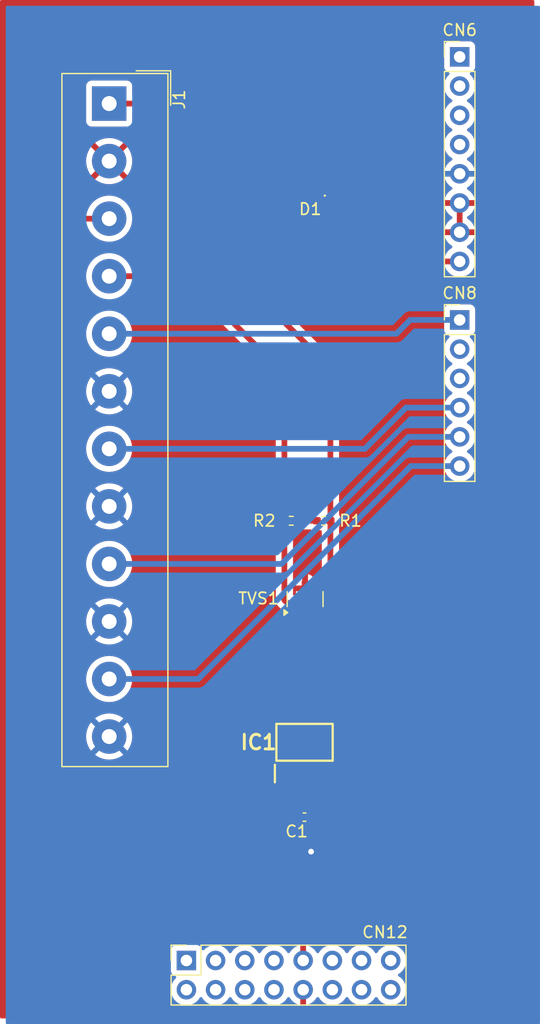
<source format=kicad_pcb>
(kicad_pcb (version 20240108) (generator "pcbnew") (generator_version "8.0")
  (layers (0 "F.Cu" signal) (31 "B.Cu" signal) (34 "B.Paste" user) (35 "F.Paste" user) (36 "B.SilkS" user "B.Silkscreen") (37 "F.SilkS" user "F.Silkscreen") (38 "B.Mask" user) (39 "F.Mask" user) (44 "Edge.Cuts" user))
  (net 0 "")
  (net 1 "/CAN H")
  (net 2 "GND")
  (net 3 "/CAN L")
  (net 4 "/Rx")
  (net 5 "/Tx")
  (net 6 "+5V")
  (net 8 "+6V to +9V")
  (net 12 "/button4")
  (net 13 "/button3")
  (net 16 "/button2")
  (net 17 "/button1")
  (net 18 "Net-(D1-A)")
  (net 19 "Net-(R1-Pad2)")
  (footprint "Connector_PinHeader_2.54mm:PinHeader_1x06_P2.54mm_Vertical" (layer "F.Cu") (at 157.095 72.338)
    (property "Reference" "CN8" (at 0 -2.33 0) (layer "F.SilkS"))
    (property "Value" "Conn_01x06" (hide yes))
    (fp_line (start -1.33 -1.33) (end 0 -1.33) (stroke (width 0.12)) (layer "F.SilkS"))
    (fp_line (start -1.33 0) (end -1.33 -1.33) (stroke (width 0.12)) (layer "F.SilkS"))
    (fp_line (start -1.33 1.27) (end -1.33 14.03) (stroke (width 0.12)) (layer "F.SilkS"))
    (fp_line (start -1.33 1.27) (end 1.33 1.27) (stroke (width 0.12)) (layer "F.SilkS"))
    (fp_line (start -1.33 14.03) (end 1.33 14.03) (stroke (width 0.12)) (layer "F.SilkS"))
    (fp_line (start 1.33 1.27) (end 1.33 14.03) (stroke (width 0.12)) (layer "F.SilkS"))
    (pad "1" thru_hole rect (at 0 0) (size 1.7 1.7) (drill 1) (layers "*.Cu" "*.Mask") (net 17 "/button1"))
    (pad "2" thru_hole oval (at 0 2.54) (size 1.7 1.7) (drill 1) (layers "*.Cu" "*.Mask"))
    (pad "3" thru_hole oval (at 0 5.08) (size 1.7 1.7) (drill 1) (layers "*.Cu" "*.Mask"))
    (pad "4" thru_hole oval (at 0 7.62) (size 1.7 1.7) (drill 1) (layers "*.Cu" "*.Mask") (net 16 "/button2"))
    (pad "5" thru_hole oval (at 0 10.16) (size 1.7 1.7) (drill 1) (layers "*.Cu" "*.Mask") (net 13 "/button3"))
    (pad "6" thru_hole oval (at 0 12.7) (size 1.7 1.7) (drill 1) (layers "*.Cu" "*.Mask") (net 12 "/button4"))
  )
  (footprint "Connector_PinSocket_2.54mm:PinSocket_2x08_P2.54mm_Vertical" (layer "F.Cu") (at 133.315 127.998 90)
    (property "Reference" "CN12" (at 2.46 17.28 0) (layer "F.SilkS"))
    (property "Value" "Conn_02x08_Odd_Even" (hide yes))
    (fp_line (start 1.33 -1.33) (end 1.33 0) (stroke (width 0.12)) (layer "F.SilkS"))
    (fp_line (start 0 -1.33) (end 1.33 -1.33) (stroke (width 0.12)) (layer "F.SilkS"))
    (fp_line (start -1.27 -1.33) (end -1.27 1.27) (stroke (width 0.12)) (layer "F.SilkS"))
    (fp_line (start -3.87 -1.33) (end -1.27 -1.33) (stroke (width 0.12)) (layer "F.SilkS"))
    (fp_line (start -3.87 -1.33) (end -3.87 19.11) (stroke (width 0.12)) (layer "F.SilkS"))
    (fp_line (start 1.33 1.27) (end 1.33 19.11) (stroke (width 0.12)) (layer "F.SilkS"))
    (fp_line (start -1.27 1.27) (end 1.33 1.27) (stroke (width 0.12)) (layer "F.SilkS"))
    (fp_line (start -3.87 19.11) (end 1.33 19.11) (stroke (width 0.12)) (layer "F.SilkS"))
    (pad "1" thru_hole rect (at 0 0 90) (size 1.7 1.7) (drill 1) (layers "*.Cu" "*.Mask"))
    (pad "2" thru_hole oval (at -2.54 0 90) (size 1.7 1.7) (drill 1) (layers "*.Cu" "*.Mask"))
    (pad "3" thru_hole oval (at 0 2.54 90) (size 1.7 1.7) (drill 1) (layers "*.Cu" "*.Mask"))
    (pad "4" thru_hole oval (at -2.54 2.54 90) (size 1.7 1.7) (drill 1) (layers "*.Cu" "*.Mask"))
    (pad "5" thru_hole oval (at 0 5.08 90) (size 1.7 1.7) (drill 1) (layers "*.Cu" "*.Mask"))
    (pad "6" thru_hole oval (at -2.54 5.08 90) (size 1.7 1.7) (drill 1) (layers "*.Cu" "*.Mask"))
    (pad "7" thru_hole oval (at 0 7.62 90) (size 1.7 1.7) (drill 1) (layers "*.Cu" "*.Mask"))
    (pad "8" thru_hole oval (at -2.54 7.62 90) (size 1.7 1.7) (drill 1) (layers "*.Cu" "*.Mask"))
    (pad "9" thru_hole oval (at 0 10.16 90) (size 1.7 1.7) (drill 1) (layers "*.Cu" "*.Mask") (net 4 "/Rx"))
    (pad "10" thru_hole oval (at -2.54 10.16 90) (size 1.7 1.7) (drill 1) (layers "*.Cu" "*.Mask") (net 5 "/Tx"))
    (pad "11" thru_hole oval (at 0 12.7 90) (size 1.7 1.7) (drill 1) (layers "*.Cu" "*.Mask"))
    (pad "12" thru_hole oval (at -2.54 12.7 90) (size 1.7 1.7) (drill 1) (layers "*.Cu" "*.Mask"))
    (pad "13" thru_hole oval (at 0 15.24 90) (size 1.7 1.7) (drill 1) (layers "*.Cu" "*.Mask"))
    (pad "14" thru_hole oval (at -2.54 15.24 90) (size 1.7 1.7) (drill 1) (layers "*.Cu" "*.Mask"))
    (pad "15" thru_hole oval (at 0 17.78 90) (size 1.7 1.7) (drill 1) (layers "*.Cu" "*.Mask"))
    (pad "16" thru_hole oval (at -2.54 17.78 90) (size 1.7 1.7) (drill 1) (layers "*.Cu" "*.Mask"))
  )
  (footprint "Resistor_SMD:R_0402_1005Metric_Pad0.72x0.64mm_HandSolder" (layer "F.Cu") (at 145.25 89.788 180)
    (property "Reference" "R1" (at -2.345 0 180) (layer "F.SilkS"))
    (property "Value" "68.0 Ω" (hide yes))
    (fp_line (start -0.167621 0.38) (end 0.167621 0.38) (stroke (width 0.12)) (layer "F.SilkS"))
    (fp_line (start -0.167621 -0.38) (end 0.167621 -0.38) (stroke (width 0.12)) (layer "F.SilkS"))
    (pad "1" smd roundrect (at -0.5975 0 180) (size 0.715 0.64) (layers "F.Cu" "F.Paste" "F.Mask") (net 3 "/CAN L"))
    (pad "2" smd roundrect (at 0.5975 0 180) (size 0.715 0.64) (layers "F.Cu" "F.Paste" "F.Mask") (net 19 "Net-(R1-Pad2)"))
  )
  (footprint "TerminalBlock_Altech:Altech_AK100_1x12_P5.00mm" (layer "F.Cu") (at 126.595 53.538 -90)
    (property "Reference" "J1" (at -0.35 -6.09 90) (layer "F.SilkS"))
    (property "Value" "Screw_Terminal_01x12" (hide yes))
    (fp_line (start -2.61 4.11) (end 57.61 4.11) (stroke (width 0.12)) (layer "F.SilkS"))
    (fp_line (start -2.85 -2.35) (end -2.85 -5.35) (stroke (width 0.12)) (layer "F.SilkS"))
    (fp_line (start -2.61 -5.11) (end -2.61 4.11) (stroke (width 0.12)) (layer "F.SilkS"))
    (fp_line (start -2.61 -5.11) (end 57.61 -5.11) (stroke (width 0.12)) (layer "F.SilkS"))
    (fp_line (start 57.61 -5.11) (end 57.61 4.11) (stroke (width 0.12)) (layer "F.SilkS"))
    (fp_line (start -2.85 -5.35) (end 0.15 -5.35) (stroke (width 0.12)) (layer "F.SilkS"))
    (pad "1" thru_hole rect (at 0 0 270) (size 3 3) (drill 1.3) (layers "*.Cu" "*.Mask") (net 18 "Net-(D1-A)"))
    (pad "2" thru_hole circle (at 5 0 270) (size 3 3) (drill 1.3) (layers "*.Cu" "*.Mask") (net 2 "GND"))
    (pad "3" thru_hole circle (at 10 0 270) (size 3 3) (drill 1.3) (layers "*.Cu" "*.Mask") (net 1 "/CAN H"))
    (pad "4" thru_hole circle (at 15 0 270) (size 3 3) (drill 1.3) (layers "*.Cu" "*.Mask") (net 3 "/CAN L"))
    (pad "5" thru_hole circle (at 20 0 270) (size 3 3) (drill 1.3) (layers "*.Cu" "*.Mask") (net 17 "/button1"))
    (pad "6" thru_hole circle (at 25 0 270) (size 3 3) (drill 1.3) (layers "*.Cu" "*.Mask") (net 6 "+5V"))
    (pad "7" thru_hole circle (at 30 0 270) (size 3 3) (drill 1.3) (layers "*.Cu" "*.Mask") (net 16 "/button2"))
    (pad "8" thru_hole circle (at 35 0 270) (size 3 3) (drill 1.3) (layers "*.Cu" "*.Mask") (net 6 "+5V"))
    (pad "9" thru_hole circle (at 40 0 270) (size 3 3) (drill 1.3) (layers "*.Cu" "*.Mask") (net 13 "/button3"))
    (pad "10" thru_hole circle (at 45 0 270) (size 3 3) (drill 1.3) (layers "*.Cu" "*.Mask") (net 6 "+5V"))
    (pad "11" thru_hole circle (at 50 0 270) (size 3 3) (drill 1.3) (layers "*.Cu" "*.Mask") (net 12 "/button4"))
    (pad "12" thru_hole circle (at 55 0 270) (size 3 3) (drill 1.3) (layers "*.Cu" "*.Mask") (net 6 "+5V"))
  )
  (footprint "Capacitor_SMD:C_0402_1005Metric_Pad0.74x0.62mm_HandSolder" (layer "F.Cu") (at 143.595 115.538)
    (property "Reference" "C1" (at -0.6864 1.2444 0) (layer "F.SilkS"))
    (property "Value" "0.1μF 16V" (hide yes))
    (fp_line (start -0.115835 -0.36) (end 0.115835 -0.36) (stroke (width 0.12)) (layer "F.SilkS"))
    (fp_line (start -0.115835 0.36) (end 0.115835 0.36) (stroke (width 0.12)) (layer "F.SilkS"))
    (pad "1" smd roundrect (at -0.5675 0) (size 0.735 0.62) (layers "F.Cu" "F.Paste" "F.Mask") (net 2 "GND"))
    (pad "2" smd roundrect (at 0.5675 0) (size 0.735 0.62) (layers "F.Cu" "F.Paste" "F.Mask") (net 6 "+5V"))
  )
  (footprint "Connector_PinHeader_2.54mm:PinHeader_1x08_P2.54mm_Vertical" (layer "F.Cu") (at 157.095 49.478)
    (property "Reference" "CN6" (at 0 -2.33 0) (layer "F.SilkS"))
    (property "Value" "Conn_01x08" (hide yes))
    (fp_line (start -1.33 -1.33) (end 0 -1.33) (stroke (width 0.12)) (layer "F.SilkS"))
    (fp_line (start -1.33 0) (end -1.33 -1.33) (stroke (width 0.12)) (layer "F.SilkS"))
    (fp_line (start -1.33 1.27) (end -1.33 19.11) (stroke (width 0.12)) (layer "F.SilkS"))
    (fp_line (start -1.33 1.27) (end 1.33 1.27) (stroke (width 0.12)) (layer "F.SilkS"))
    (fp_line (start -1.33 19.11) (end 1.33 19.11) (stroke (width 0.12)) (layer "F.SilkS"))
    (fp_line (start 1.33 1.27) (end 1.33 19.11) (stroke (width 0.12)) (layer "F.SilkS"))
    (pad "1" thru_hole rect (at 0 0) (size 1.7 1.7) (drill 1) (layers "*.Cu" "*.Mask"))
    (pad "2" thru_hole oval (at 0 2.54) (size 1.7 1.7) (drill 1) (layers "*.Cu" "*.Mask"))
    (pad "3" thru_hole oval (at 0 5.08) (size 1.7 1.7) (drill 1) (layers "*.Cu" "*.Mask"))
    (pad "4" thru_hole oval (at 0 7.62) (size 1.7 1.7) (drill 1) (layers "*.Cu" "*.Mask"))
    (pad "5" thru_hole oval (at 0 10.16) (size 1.7 1.7) (drill 1) (layers "*.Cu" "*.Mask") (net 6 "+5V"))
    (pad "6" thru_hole oval (at 0 12.7) (size 1.7 1.7) (drill 1) (layers "*.Cu" "*.Mask") (net 2 "GND"))
    (pad "7" thru_hole oval (at 0 15.24) (size 1.7 1.7) (drill 1) (layers "*.Cu" "*.Mask") (net 2 "GND"))
    (pad "8" thru_hole oval (at 0 17.78) (size 1.7 1.7) (drill 1) (layers "*.Cu" "*.Mask") (net 8 "+6V to +9V"))
  )
  (footprint "Resistor_SMD:R_0402_1005Metric_Pad0.72x0.64mm_HandSolder" (layer "F.Cu") (at 142.44 89.788 180)
    (property "Reference" "R2" (at 2.345 0 180) (layer "F.SilkS"))
    (property "Value" "68.0 Ω" (hide yes))
    (fp_line (start -0.167621 0.38) (end 0.167621 0.38) (stroke (width 0.12)) (layer "F.SilkS"))
    (fp_line (start -0.167621 -0.38) (end 0.167621 -0.38) (stroke (width 0.12)) (layer "F.SilkS"))
    (pad "1" smd roundrect (at -0.5975 0 180) (size 0.715 0.64) (layers "F.Cu" "F.Paste" "F.Mask") (net 19 "Net-(R1-Pad2)"))
    (pad "2" smd roundrect (at 0.5975 0 180) (size 0.715 0.64) (layers "F.Cu" "F.Paste" "F.Mask") (net 1 "/CAN H"))
  )
  (footprint "Diode_SMD:D_0402_1005Metric_Pad0.77x0.64mm_HandSolder" (layer "F.Cu") (at 144.095 61.538 180)
    (property "Reference" "D1" (at 0 -1.17 360) (layer "F.SilkS"))
    (property "Value" "D_Filled" (hide yes))
    (fp_circle (center -1.265 0) (end -1.215 0) (stroke (width 0.1)) (fill none) (layer "F.SilkS"))
    (pad "1" smd roundrect (at -0.5725 0 180) (size 0.765 0.64) (layers "F.Cu" "F.Paste" "F.Mask") (net 8 "+6V to +9V"))
    (pad "2" smd roundrect (at 0.5725 0 180) (size 0.765 0.64) (layers "F.Cu" "F.Paste" "F.Mask") (net 18 "Net-(D1-A)"))
  )
  (footprint "SamacSys_Parts:SOIC127P600X175-8N" (layer "F.Cu") (at 143.595 109.038 90)
    (property "Reference" "IC1" (at 0 -4 0) (layer "F.SilkS") (effects (font (size 1.27 1.27) (thickness 0.254))))
    (property "Value" "L9615D013TR" (hide yes))
    (fp_line (start -3.475 -2.58) (end -1.95 -2.58) (stroke (width 0.2)) (layer "F.SilkS"))
    (fp_line (start 1.6 -2.45) (end 1.6 2.45) (stroke (width 0.2)) (layer "F.SilkS"))
    (fp_line (start -1.6 -2.45) (end 1.6 -2.45) (stroke (width 0.2)) (layer "F.SilkS"))
    (fp_line (start 1.6 2.45) (end -1.6 2.45) (stroke (width 0.2)) (layer "F.SilkS"))
    (fp_line (start -1.6 2.45) (end -1.6 -2.45) (stroke (width 0.2)) (layer "F.SilkS"))
    (pad "1" smd rect (at -2.712 -1.905 180) (size 0.65 1.525) (layers "F.Cu" "F.Paste" "F.Mask") (net 5 "/Tx"))
    (pad "2" smd rect (at -2.712 -0.635 180) (size 0.65 1.525) (layers "F.Cu" "F.Paste" "F.Mask") (net 2 "GND"))
    (pad "3" smd rect (at -2.712 0.635 180) (size 0.65 1.525) (layers "F.Cu" "F.Paste" "F.Mask") (net 6 "+5V"))
    (pad "4" smd rect (at -2.712 1.905 180) (size 0.65 1.525) (layers "F.Cu" "F.Paste" "F.Mask") (net 4 "/Rx"))
    (pad "5" smd rect (at 2.712 1.905 180) (size 0.65 1.525) (layers "F.Cu" "F.Paste" "F.Mask"))
    (pad "6" smd rect (at 2.712 0.635 180) (size 0.65 1.525) (layers "F.Cu" "F.Paste" "F.Mask") (net 3 "/CAN L"))
    (pad "7" smd rect (at 2.712 -0.635 180) (size 0.65 1.525) (layers "F.Cu" "F.Paste" "F.Mask") (net 1 "/CAN H"))
    (pad "8" smd rect (at 2.712 -1.905 180) (size 0.65 1.525) (layers "F.Cu" "F.Paste" "F.Mask") (net 2 "GND"))
  )
  (footprint "Package_TO_SOT_SMD:SOT-23" (layer "F.Cu") (at 143.645 96.6005 90)
    (property "Reference" "TVS1" (at 0.0625 -4.05 0) (layer "F.SilkS"))
    (property "Value" "D_TVS_Dual_AAC")
    (fp_line (start 0 -1.56) (end 0.65 -1.56) (stroke (width 0.12)) (layer "F.SilkS"))
    (fp_line (start 0 -1.56) (end -0.65 -1.56) (stroke (width 0.12)) (layer "F.SilkS"))
    (fp_line (start 0 1.56) (end 0.65 1.56) (stroke (width 0.12)) (layer "F.SilkS"))
    (fp_line (start 0 1.56) (end -0.65 1.56) (stroke (width 0.12)) (layer "F.SilkS"))
    (fp_poly (pts (xy -1.1625 -1.51) (xy -1.4025 -1.84) (xy -0.9225 -1.84) (xy -1.1625 -1.51)) (stroke (width 0.12)) (fill solid) (layer "F.SilkS"))
    (pad "1" smd roundrect (at -0.9375 -0.95 90) (size 1.475 0.6) (layers "F.Cu" "F.Paste" "F.Mask") (net 1 "/CAN H"))
    (pad "2" smd roundrect (at -0.9375 0.95 90) (size 1.475 0.6) (layers "F.Cu" "F.Paste" "F.Mask") (net 3 "/CAN L"))
    (pad "3" smd roundrect (at 0.9375 0 90) (size 1.475 0.6) (layers "F.Cu" "F.Paste" "F.Mask") (net 2 "GND"))
  )
  (segment (start 121.345 63.538) (end 126.595 63.538) (width 0.5) (layer "F.Cu") (net 1))
  (segment (start 120.845 70.538) (end 120.845 64.038) (width 0.5) (layer "F.Cu") (net 1))
  (segment (start 121.345 71.038) (end 120.845 70.538) (width 0.5) (layer "F.Cu") (net 1))
  (segment (start 141.8425 96.6855) (end 141.8425 77.0355) (width 0.5) (layer "F.Cu") (net 1))
  (segment (start 142.695 97.538) (end 141.8425 96.6855) (width 0.5) (layer "F.Cu") (net 1))
  (segment (start 142.96 97.803) (end 142.695 97.538) (width 0.5) (layer "F.Cu") (net 1))
  (segment (start 135.845 71.038) (end 121.345 71.038) (width 0.5) (layer "F.Cu") (net 1))
  (segment (start 141.8425 77.0355) (end 135.845 71.038) (width 0.5) (layer "F.Cu") (net 1))
  (segment (start 142.96 106.326) (end 142.96 97.803) (width 0.5) (layer "F.Cu") (net 1))
  (segment (start 120.845 64.038) (end 121.345 63.538) (width 0.5) (layer "F.Cu") (net 1))
  (segment (start 142.96 111.75) (end 142.96 115.4705) (width 0.5) (layer "F.Cu") (net 2))
  (segment (start 142.96 115.4705) (end 143.0275 115.538) (width 0.5) (layer "F.Cu") (net 2))
  (segment (start 145.8475 96.2855) (end 144.595 97.538) (width 0.5) (layer "F.Cu") (net 3))
  (segment (start 144.23 97.903) (end 144.595 97.538) (width 0.5) (layer "F.Cu") (net 3))
  (segment (start 145.8475 76.5405) (end 137.845 68.538) (width 0.5) (layer "F.Cu") (net 3))
  (segment (start 144.23 106.326) (end 144.23 97.903) (width 0.5) (layer "F.Cu") (net 3))
  (segment (start 137.845 68.538) (end 126.595 68.538) (width 0.5) (layer "F.Cu") (net 3))
  (segment (start 145.8475 96.2855) (end 145.8475 76.5405) (width 0.5) (layer "F.Cu") (net 3))
  (segment (start 145.5 111.75) (end 145.5 123.133) (width 0.5) (layer "F.Cu") (net 4))
  (segment (start 145.5 123.133) (end 143.475 125.158) (width 0.5) (layer "F.Cu") (net 4))
  (segment (start 143.475 125.158) (end 143.475 127.998) (width 0.5) (layer "F.Cu") (net 4))
  (segment (start 143.475 130.538) (end 143.475 132.158) (width 0.5) (layer "F.Cu") (net 5))
  (segment (start 131.095 132.788) (end 131.095 125.788) (width 0.5) (layer "F.Cu") (net 5))
  (segment (start 137.345 125.788) (end 141.69 121.443) (width 0.5) (layer "F.Cu") (net 5))
  (segment (start 143.475 132.158) (end 142.845 132.788) (width 0.5) (layer "F.Cu") (net 5))
  (segment (start 141.69 121.443) (end 141.69 111.75) (width 0.5) (layer "F.Cu") (net 5))
  (segment (start 142.845 132.788) (end 131.095 132.788) (width 0.5) (layer "F.Cu") (net 5))
  (segment (start 131.095 125.788) (end 137.345 125.788) (width 0.5) (layer "F.Cu") (net 5))
  (segment (start 144.1625 118.538) (end 144.1625 115.538) (width 0.5) (layer "F.Cu") (net 6))
  (segment (start 144.23 115.4705) (end 144.1625 115.538) (width 0.5) (layer "F.Cu") (net 6))
  (segment (start 144.23 111.75) (end 144.23 115.4705) (width 0.5) (layer "F.Cu") (net 6))
  (via (at 144.1625 118.538) (size 1.5) (drill 0.5) (layers "F.Cu" "B.Cu") (net 6))
  (segment (start 144.6675 61.6105) (end 150.315 67.258) (width 0.5) (layer "F.Cu") (net 8))
  (segment (start 150.315 67.258) (end 157.095 67.258) (width 0.5) (layer "F.Cu") (net 8))
  (segment (start 144.6675 61.538) (end 144.6675 61.6105) (width 0.5) (layer "F.Cu") (net 8))
  (segment (start 134.345 103.538) (end 152.845 85.038) (width 0.5) (layer "B.Cu") (net 12))
  (segment (start 126.595 103.538) (end 134.345 103.538) (width 0.5) (layer "B.Cu") (net 12))
  (segment (start 152.845 85.038) (end 157.095 85.038) (width 0.5) (layer "B.Cu") (net 12))
  (segment (start 141.595 93.538) (end 152.635 82.498) (width 0.5) (layer "B.Cu") (net 13))
  (segment (start 152.635 82.498) (end 157.095 82.498) (width 0.5) (layer "B.Cu") (net 13))
  (segment (start 126.595 93.538) (end 141.595 93.538) (width 0.5) (layer "B.Cu") (net 13))
  (segment (start 152.425 79.958) (end 157.095 79.958) (width 0.5) (layer "B.Cu") (net 16))
  (segment (start 148.845 83.538) (end 152.425 79.958) (width 0.5) (layer "B.Cu") (net 16))
  (segment (start 126.595 83.538) (end 148.845 83.538) (width 0.5) (layer "B.Cu") (net 16))
  (segment (start 151.595 73.538) (end 126.595 73.538) (width 0.5) (layer "B.Cu") (net 17))
  (segment (start 152.795 72.338) (end 151.595 73.538) (width 0.5) (layer "B.Cu") (net 17))
  (segment (start 157.095 72.338) (end 152.795 72.338) (width 0.5) (layer "B.Cu") (net 17))
  (segment (start 126.595 53.538) (end 135.5225 53.538) (width 0.5) (layer "F.Cu") (net 18))
  (segment (start 135.5225 53.538) (end 143.5225 61.538) (width 0.5) (layer "F.Cu") (net 18))
  (segment (start 143.0375 89.788) (end 144.6525 89.788) (width 0.5) (layer "F.Cu") (net 19))
  (zone (net 2) (net_name "GND") (layer "F.Cu") (name "GND") (priority 1) (connect_pads (clearance 0.5)) (min_thickness 0.25) (fill yes (thermal_gap 0.5) (thermal_bridge_width 0.5))
    (polygon (pts (xy 117.095 44.538) (xy 117.095 133.038) (xy 163.595 133.038) (xy 163.595 44.538)))
  )
  (zone (net 6) (net_name "+5V") (layer "B.Cu") (name "+5V") (connect_pads (clearance 0.5)) (min_thickness 0.25) (fill yes (thermal_gap 0.5) (thermal_bridge_width 0.5))
    (polygon (pts (xy 117.595 45.038) (xy 117.595 133.538) (xy 164.095 133.538) (xy 164.095 45.038)))
  )
)
</source>
